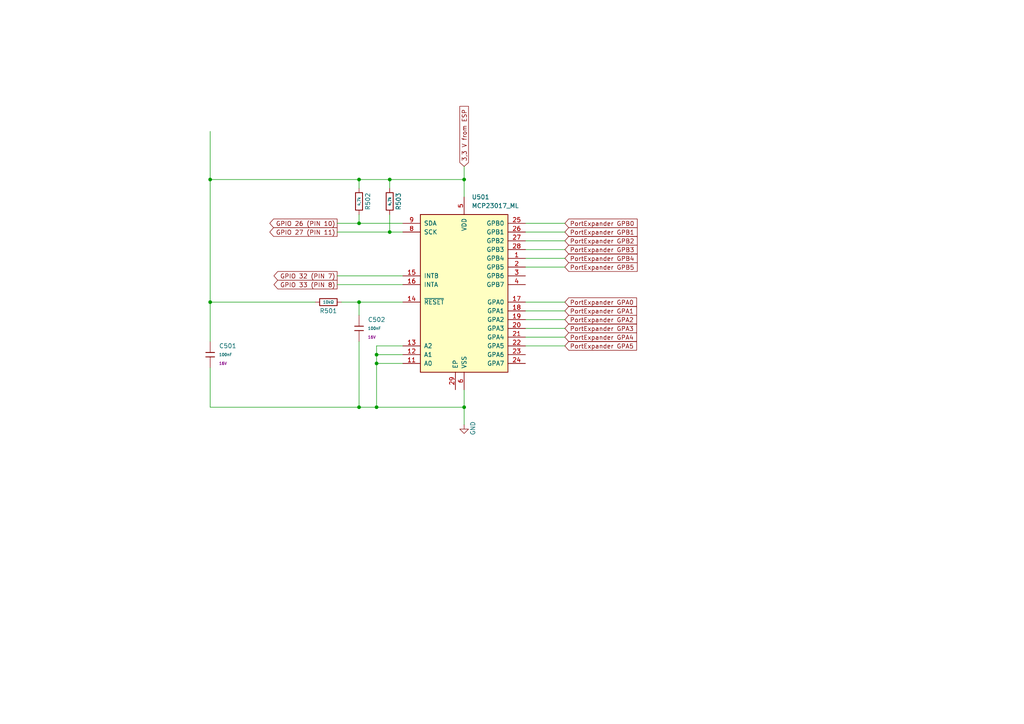
<source format=kicad_sch>
(kicad_sch (version 20231120) (generator "eeschema") (generator_version "8.0")
  (paper "A4")
  (title_block (title "Port Expander") (comment 1 "Subsheet Brake Out Borad") (comment 2 "(c) Norbert Schechner"))
  (lib_symbols
    (symbol "Interface_Expansion:MCP23017_ML" (pin_names (offset 1.016))
      (property "Reference" "U" (at -11.43 24.13 0))
      (property "Value" "MCP23017_ML" (at 0 0 0))
      (symbol "MCP23017_ML_0_1"
        (rectangle (start -12.7 22.86) (end 12.7 -22.86) (stroke (width 0.254)) (fill (type background)))
      )
      (symbol "MCP23017_ML_1_1"
        (pin bidirectional line (at 17.78 10.16 180) (length 5.08) (name "GPB4") (number "1"))
        (pin no_connect line (at -12.7 12.7 0) (length 5.08) hide (name "NC") (number "10"))
        (pin input line (at -17.78 -20.32 0) (length 5.08) (name "A0") (number "11"))
        (pin input line (at -17.78 -17.78 0) (length 5.08) (name "A1") (number "12"))
        (pin input line (at -17.78 -15.24 0) (length 5.08) (name "A2") (number "13"))
        (pin input line (at -17.78 -2.54 0) (length 5.08) (name "~{RESET}") (number "14"))
        (pin tri_state line (at -17.78 5.08 0) (length 5.08) (name "INTB") (number "15"))
        (pin tri_state line (at -17.78 2.54 0) (length 5.08) (name "INTA") (number "16"))
        (pin bidirectional line (at 17.78 -2.54 180) (length 5.08) (name "GPA0") (number "17"))
        (pin bidirectional line (at 17.78 -5.08 180) (length 5.08) (name "GPA1") (number "18"))
        (pin bidirectional line (at 17.78 -7.62 180) (length 5.08) (name "GPA2") (number "19"))
        (pin bidirectional line (at 17.78 7.62 180) (length 5.08) (name "GPB5") (number "2"))
        (pin bidirectional line (at 17.78 -10.16 180) (length 5.08) (name "GPA3") (number "20"))
        (pin bidirectional line (at 17.78 -12.7 180) (length 5.08) (name "GPA4") (number "21"))
        (pin bidirectional line (at 17.78 -15.24 180) (length 5.08) (name "GPA5") (number "22"))
        (pin bidirectional line (at 17.78 -17.78 180) (length 5.08) (name "GPA6") (number "23"))
        (pin output line (at 17.78 -20.32 180) (length 5.08) (name "GPA7") (number "24"))
        (pin bidirectional line (at 17.78 20.32 180) (length 5.08) (name "GPB0") (number "25"))
        (pin bidirectional line (at 17.78 17.78 180) (length 5.08) (name "GPB1") (number "26"))
        (pin bidirectional line (at 17.78 15.24 180) (length 5.08) (name "GPB2") (number "27"))
        (pin bidirectional line (at 17.78 12.7 180) (length 5.08) (name "GPB3") (number "28"))
        (pin passive line (at -2.54 -27.94 90) (length 5.08) (name "EP") (number "29"))
        (pin bidirectional line (at 17.78 5.08 180) (length 5.08) (name "GPB6") (number "3"))
        (pin output line (at 17.78 2.54 180) (length 5.08) (name "GPB7") (number "4"))
        (pin power_in line (at 0 27.94 270) (length 5.08) (name "VDD") (number "5"))
        (pin power_in line (at 0 -27.94 90) (length 5.08) (name "VSS") (number "6"))
        (pin no_connect line (at -12.7 15.24 0) (length 5.08) hide (name "NC") (number "7"))
        (pin input line (at -17.78 17.78 0) (length 5.08) (name "SCK") (number "8"))
        (pin bidirectional line (at -17.78 20.32 0) (length 5.08) (name "SDA") (number "9"))
      )
    )
    (symbol "PCM_JLCPCB-Capacitors:0402,100nF" (pin_numbers hide) (pin_names (offset 0))
      (property "Reference" "C" (at 2.032 1.668 0))
      (property "Value" "100nF" (at 2.032 -0.3782 0))
      (property "Voltage Rated" "16V" (at 2.032 -2.0462 0))
      (symbol "0402,100nF_0_1"
        (polyline (pts (xy -1.27 -0.635) (xy 1.27 -0.635)) (stroke (width 0.254)))
        (polyline (pts (xy -1.27 0.635) (xy 1.27 0.635)) (stroke (width 0.254)))
      )
      (symbol "0402,100nF_1_1"
        (pin passive line (at 0 3.81 270) (length 3.175) (name "~") (number "1"))
        (pin passive line (at 0 -3.81 90) (length 3.175) (name "~") (number "2"))
      )
    )
    (symbol "PCM_JLCPCB-Resistors:0603,10kΩ" (pin_numbers hide) (pin_names (offset 0))
      (property "Reference" "R" (at 1.778 0 0))
      (property "Value" "10kΩ" (at 0 0 90))
      (symbol "0603,10kΩ_0_1"
        (rectangle (start -1.016 2.54) (end 1.016 -2.54) (stroke (width 0.254)))
      )
      (symbol "0603,10kΩ_1_1"
        (pin passive line (at 0 3.81 270) (length 1.27) (name "~") (number "1"))
        (pin passive line (at 0 -3.81 90) (length 1.27) (name "~") (number "2"))
      )
    )
    (symbol "power:GND" (power) (pin_numbers hide) (pin_names (offset 0) hide)
      (property "Value" "GND" (at 0 -3.81 0))
      (symbol "GND_0_1"
        (polyline (pts (xy 0 0) (xy 0 -1.27) (xy 1.27 -1.27) (xy 0 -2.54) (xy -1.27 -1.27) (xy 0 -1.27)))
      )
      (symbol "GND_1_1"
        (pin power_in line (at 0 0 270) (length 0) (name "~") (number "1"))
      )
    )
  )
  (junction (at 104.14 118.11))
  (junction (at 109.22 102.87))
  (junction (at 60.96 52.07))
  (junction (at 113.03 67.31))
  (junction (at 60.96 87.63))
  (junction (at 104.14 52.07))
  (junction (at 104.14 64.77))
  (junction (at 109.22 118.11))
  (junction (at 134.62 118.11))
  (junction (at 109.22 105.41))
  (junction (at 113.03 52.07))
  (junction (at 104.14 87.63))
  (junction (at 134.62 52.07))
  (wire (pts (xy 152.4 95.25) (xy 163.83 95.25)))
  (wire (pts (xy 152.4 72.39) (xy 163.83 72.39)))
  (wire (pts (xy 152.4 67.31) (xy 163.83 67.31)))
  (wire (pts (xy 104.14 99.06) (xy 104.14 118.11)))
  (wire (pts (xy 113.03 52.07) (xy 134.62 52.07)))
  (wire (pts (xy 109.22 105.41) (xy 116.84 105.41)))
  (wire (pts (xy 109.22 118.11) (xy 134.62 118.11)))
  (wire (pts (xy 60.96 118.11) (xy 60.96 106.68)))
  (wire (pts (xy 97.79 67.31) (xy 113.03 67.31)))
  (wire (pts (xy 113.03 52.07) (xy 113.03 54.61)))
  (wire (pts (xy 60.96 87.63) (xy 60.96 52.07)))
  (wire (pts (xy 109.22 100.33) (xy 109.22 102.87)))
  (wire (pts (xy 104.14 52.07) (xy 113.03 52.07)))
  (wire (pts (xy 91.44 87.63) (xy 60.96 87.63)))
  (wire (pts (xy 104.14 64.77) (xy 116.84 64.77)))
  (wire (pts (xy 104.14 62.23) (xy 104.14 64.77)))
  (wire (pts (xy 116.84 100.33) (xy 109.22 100.33)))
  (wire (pts (xy 113.03 67.31) (xy 116.84 67.31)))
  (wire (pts (xy 97.79 82.55) (xy 116.84 82.55)))
  (wire (pts (xy 152.4 87.63) (xy 163.83 87.63)))
  (wire (pts (xy 104.14 87.63) (xy 104.14 91.44)))
  (wire (pts (xy 113.03 62.23) (xy 113.03 67.31)))
  (wire (pts (xy 152.4 64.77) (xy 163.83 64.77)))
  (wire (pts (xy 152.4 92.71) (xy 163.83 92.71)))
  (wire (pts (xy 152.4 74.93) (xy 163.83 74.93)))
  (wire (pts (xy 104.14 87.63) (xy 116.84 87.63)))
  (wire (pts (xy 109.22 102.87) (xy 109.22 105.41)))
  (wire (pts (xy 152.4 100.33) (xy 163.83 100.33)))
  (wire (pts (xy 99.06 87.63) (xy 104.14 87.63)))
  (wire (pts (xy 104.14 118.11) (xy 60.96 118.11)))
  (wire (pts (xy 60.96 87.63) (xy 60.96 99.06)))
  (wire (pts (xy 60.96 52.07) (xy 104.14 52.07)))
  (wire (pts (xy 60.96 38.1) (xy 60.96 52.07)))
  (wire (pts (xy 152.4 69.85) (xy 163.83 69.85)))
  (wire (pts (xy 104.14 52.07) (xy 104.14 54.61)))
  (wire (pts (xy 134.62 52.07) (xy 134.62 57.15)))
  (wire (pts (xy 134.62 48.26) (xy 134.62 52.07)))
  (wire (pts (xy 109.22 105.41) (xy 109.22 118.11)))
  (wire (pts (xy 134.62 113.03) (xy 134.62 118.11)))
  (wire (pts (xy 97.79 64.77) (xy 104.14 64.77)))
  (wire (pts (xy 134.62 118.11) (xy 134.62 123.19)))
  (wire (pts (xy 152.4 90.17) (xy 163.83 90.17)))
  (wire (pts (xy 109.22 102.87) (xy 116.84 102.87)))
  (wire (pts (xy 97.79 80.01) (xy 116.84 80.01)))
  (wire (pts (xy 152.4 97.79) (xy 163.83 97.79)))
  (wire (pts (xy 109.22 118.11) (xy 104.14 118.11)))
  (wire (pts (xy 152.4 77.47) (xy 163.83 77.47)))
  (global_label "PortExpander GPB0" (shape input) (at 163.83 64.77 0) (property "Intersheetrefs" "${INTERSHEET_REFS}" (at 185.3811 64.77 0) (effects (justify left))))
  (global_label "PortExpander GPA1" (shape input) (at 163.83 90.17 0) (property "Intersheetrefs" "${INTERSHEET_REFS}" (at 185.1997 90.17 0) (effects (justify left))))
  (global_label "PortExpander GPB3" (shape input) (at 163.83 72.39 0) (property "Intersheetrefs" "${INTERSHEET_REFS}" (at 185.3811 72.39 0) (effects (justify left))))
  (global_label "3,3 V from ESP" (shape input) (at 134.62 48.26 90) (property "Intersheetrefs" "${INTERSHEET_REFS}" (at 134.62 30.2769 90) (effects (justify left))))
  (global_label "PortExpander GPB4" (shape input) (at 163.83 74.93 0) (property "Intersheetrefs" "${INTERSHEET_REFS}" (at 185.3811 74.93 0) (effects (justify left))))
  (global_label "PortExpander GPA2" (shape input) (at 163.83 92.71 0) (property "Intersheetrefs" "${INTERSHEET_REFS}" (at 185.1997 92.71 0) (effects (justify left))))
  (global_label "GPIO 27 (PIN 11)" (shape output) (at 97.79 67.31 180) (property "Intersheetrefs" "${INTERSHEET_REFS}" (at 77.69 67.31 0) (effects (justify right))))
  (global_label "PortExpander GPA4" (shape input) (at 163.83 97.79 0) (property "Intersheetrefs" "${INTERSHEET_REFS}" (at 185.1997 97.79 0) (effects (justify left))))
  (global_label "PortExpander GPA0" (shape input) (at 163.83 87.63 0) (property "Intersheetrefs" "${INTERSHEET_REFS}" (at 185.1997 87.63 0) (effects (justify left))))
  (global_label "PortExpander GPA5" (shape input) (at 163.83 100.33 0) (property "Intersheetrefs" "${INTERSHEET_REFS}" (at 185.1997 100.33 0) (effects (justify left))))
  (global_label "PortExpander GPB1" (shape input) (at 163.83 67.31 0) (property "Intersheetrefs" "${INTERSHEET_REFS}" (at 185.3811 67.31 0) (effects (justify left))))
  (global_label "GPIO 32 (PIN 7)" (shape output) (at 97.79 80.01 180) (property "Intersheetrefs" "${INTERSHEET_REFS}" (at 78.8995 80.01 0) (effects (justify right))))
  (global_label "PortExpander GPB2" (shape input) (at 163.83 69.85 0) (property "Intersheetrefs" "${INTERSHEET_REFS}" (at 185.3811 69.85 0) (effects (justify left))))
  (global_label "PortExpander GPB5" (shape input) (at 163.83 77.47 0) (property "Intersheetrefs" "${INTERSHEET_REFS}" (at 185.3811 77.47 0) (effects (justify left))))
  (global_label "PortExpander GPA3" (shape input) (at 163.83 95.25 0) (property "Intersheetrefs" "${INTERSHEET_REFS}" (at 185.1997 95.25 0) (effects (justify left))))
  (global_label "GPIO 33 (PIN 8)" (shape output) (at 97.79 82.55 180) (property "Intersheetrefs" "${INTERSHEET_REFS}" (at 78.8995 82.55 0) (effects (justify right))))
  (global_label "GPIO 26 (PIN 10)" (shape output) (at 97.79 64.77 180) (property "Intersheetrefs" "${INTERSHEET_REFS}" (at 77.69 64.77 0) (effects (justify right))))
  (symbol (lib_id "PCM_JLCPCB-Resistors:0603,10kΩ") (at 95.25 87.63 90) (unit 1)
    (property "Reference" "R501" (at 95.25 90.17 90))
    (property "Value" "10kΩ" (at 95.25 87.63 90) (effects (font (size 0.8 0.8))))
    (property "Footprint" "PCM_JLCPCB:R_0603" (effects (hide yes)))
    (property "Datasheet" "https://www.lcsc.com/datasheet/lcsc_datasheet_2206010045_UNI-ROYAL-Uniroyal-Elec-0603WAF1002T5E_C25804.pdf" (effects (hide yes)))
    (property "Description" "100mW Thick Film Resistors 75V ±100ppm/°C ±1% 10kΩ 0603 Chip Resistor - Surface Mount ROHS" (effects (hide yes)))
    (property "LCSC" "C25804" (effects (hide yes)))
    (property "Stock" "32886312" (effects (hide yes)))
    (property "Price" "0.004USD" (effects (hide yes)))
    (property "Process" "SMT" (effects (hide yes)))
    (property "Minimum Qty" "20" (effects (hide yes)))
    (property "Attrition Qty" "10" (effects (hide yes)))
    (property "Class" "Basic Component" (effects (hide yes)))
    (property "Category" "Resistors,Chip Resistor - Surface Mount" (effects (hide yes)))
    (property "Manufacturer" "UNI-ROYAL(Uniroyal Elec)" (effects (hide yes)))
    (property "Part" "0603WAF1002T5E" (effects (hide yes)))
    (property "Resistance" "10kΩ" (effects (hide yes)))
    (property "Power(Watts)" "100mW" (effects (hide yes)))
    (property "Type" "Thick Film Resistors" (effects (hide yes)))
    (property "Overload Voltage (Max)" "75V" (effects (hide yes)))
    (property "Operating Temperature Range" "-55°C~+155°C" (effects (hide yes)))
    (property "Tolerance" "±1%" (effects (hide yes)))
    (property "Temperature Coefficient" "±100ppm/°C" (effects (hide yes)))
  )
  (symbol (lib_id "PCM_JLCPCB-Resistors:0603,10kΩ") (at 113.03 58.42 180) (unit 1)
    (property "Reference" "R503" (at 115.57 58.42 90))
    (property "Value" "4,7k" (at 113.03 58.42 90) (effects (font (size 0.8 0.8))))
    (property "Footprint" "PCM_JLCPCB:R_0603" (effects (hide yes)))
    (property "Datasheet" "https://www.lcsc.com/datasheet/lcsc_datasheet_2206010045_UNI-ROYAL-Uniroyal-Elec-0603WAF1002T5E_C25804.pdf" (effects (hide yes)))
    (property "Description" "100mW Thick Film Resistors 75V ±100ppm/°C ±1% 10kΩ 0603 Chip Resistor - Surface Mount ROHS" (effects (hide yes)))
    (property "LCSC" "C25804" (effects (hide yes)))
    (property "Stock" "32886312" (effects (hide yes)))
    (property "Price" "0.004USD" (effects (hide yes)))
    (property "Process" "SMT" (effects (hide yes)))
    (property "Minimum Qty" "20" (effects (hide yes)))
    (property "Attrition Qty" "10" (effects (hide yes)))
    (property "Class" "Basic Component" (effects (hide yes)))
    (property "Category" "Resistors,Chip Resistor - Surface Mount" (effects (hide yes)))
    (property "Manufacturer" "UNI-ROYAL(Uniroyal Elec)" (effects (hide yes)))
    (property "Part" "0603WAF1002T5E" (effects (hide yes)))
    (property "Resistance" "10kΩ" (effects (hide yes)))
    (property "Power(Watts)" "100mW" (effects (hide yes)))
    (property "Type" "Thick Film Resistors" (effects (hide yes)))
    (property "Overload Voltage (Max)" "75V" (effects (hide yes)))
    (property "Operating Temperature Range" "-55°C~+155°C" (effects (hide yes)))
    (property "Tolerance" "±1%" (effects (hide yes)))
    (property "Temperature Coefficient" "±100ppm/°C" (effects (hide yes)))
  )
  (symbol (lib_id "PCM_JLCPCB-Capacitors:0402,100nF") (at 104.14 95.25 180) (unit 1)
    (property "Reference" "C502" (at 106.68 92.7099 0) (effects (justify right)))
    (property "Value" "100nF" (at 106.68 95.25 0) (effects (font (size 0.8 0.8)) (justify right)))
    (property "Footprint" "PCM_JLCPCB:C_0402" (effects (hide yes)))
    (property "Datasheet" "https://www.lcsc.com/datasheet/lcsc_datasheet_2304140030_Samsung-Electro-Mechanics-CL05B104KO5NNNC_C1525.pdf" (effects (hide yes)))
    (property "Description" "16V 100nF X7R ±10% 0402 Multilayer Ceramic Capacitors MLCC - SMD/SMT ROHS" (effects (hide yes)))
    (property "LCSC" "C1525" (effects (hide yes)))
    (property "Stock" "22591671" (effects (hide yes)))
    (property "Price" "0.004USD" (effects (hide yes)))
    (property "Process" "SMT" (effects (hide yes)))
    (property "Minimum Qty" "20" (effects (hide yes)))
    (property "Attrition Qty" "10" (effects (hide yes)))
    (property "Class" "Basic Component" (effects (hide yes)))
    (property "Category" "Capacitors,Multilayer Ceramic Capacitors MLCC - SMD/SMT" (effects (hide yes)))
    (property "Manufacturer" "Samsung Electro-Mechanics" (effects (hide yes)))
    (property "Part" "CL05B104KO5NNNC" (effects (hide yes)))
    (property "Voltage Rated" "16V" (at 106.68 97.79 0) (effects (font (size 0.8 0.8)) (justify right)))
    (property "Tolerance" "±10%" (effects (hide yes)))
    (property "Capacitance" "100nF" (effects (hide yes)))
    (property "Temperature Coefficient" "X7R" (effects (hide yes)))
  )
  (symbol (lib_id "PCM_JLCPCB-Capacitors:0402,100nF") (at 60.96 102.87 0) (unit 1)
    (property "Reference" "C501" (at 63.5 100.3299 0) (effects (justify left)))
    (property "Value" "100nF" (at 63.5 102.87 0) (effects (font (size 0.8 0.8)) (justify left)))
    (property "Footprint" "PCM_JLCPCB:C_0402" (effects (hide yes)))
    (property "Datasheet" "https://www.lcsc.com/datasheet/lcsc_datasheet_2304140030_Samsung-Electro-Mechanics-CL05B104KO5NNNC_C1525.pdf" (effects (hide yes)))
    (property "Description" "16V 100nF X7R ±10% 0402 Multilayer Ceramic Capacitors MLCC - SMD/SMT ROHS" (effects (hide yes)))
    (property "LCSC" "C1525" (effects (hide yes)))
    (property "Stock" "22591671" (effects (hide yes)))
    (property "Price" "0.004USD" (effects (hide yes)))
    (property "Process" "SMT" (effects (hide yes)))
    (property "Minimum Qty" "20" (effects (hide yes)))
    (property "Attrition Qty" "10" (effects (hide yes)))
    (property "Class" "Basic Component" (effects (hide yes)))
    (property "Category" "Capacitors,Multilayer Ceramic Capacitors MLCC - SMD/SMT" (effects (hide yes)))
    (property "Manufacturer" "Samsung Electro-Mechanics" (effects (hide yes)))
    (property "Part" "CL05B104KO5NNNC" (effects (hide yes)))
    (property "Voltage Rated" "16V" (at 63.5 105.41 0) (effects (font (size 0.8 0.8)) (justify left)))
    (property "Tolerance" "±10%" (effects (hide yes)))
    (property "Capacitance" "100nF" (effects (hide yes)))
    (property "Temperature Coefficient" "X7R" (effects (hide yes)))
  )
  (symbol (lib_id "Interface_Expansion:MCP23017_ML") (at 134.62 85.09 0) (unit 1)
    (property "Reference" "U501" (at 136.8141 57.15 0) (effects (justify left)))
    (property "Value" "MCP23017_ML" (at 136.8141 59.69 0) (effects (justify left)))
    (property "Footprint" "Package_DFN_QFN:QFN-28-1EP_6x6mm_P0.65mm_EP4.25x4.25mm" (effects (hide yes)))
    (property "Datasheet" "https://ww1.microchip.com/downloads/aemDocuments/documents/APID/ProductDocuments/DataSheets/MCP23017-Data-Sheet-DS20001952.pdf" (effects (hide yes)))
    (property "Description" "16-bit I/O expander, I2C, interrupts, w pull-ups, GPA/B7 output only (https://microchip.my.site.com/s/article/GPA7---GPB7-Cannot-Be-Used-as-Inputs-In-MCP23017), QFN-28" (effects (hide yes)))
  )
  (symbol (lib_id "power:GND") (at 134.62 123.19 0) (unit 1)
    (property "Reference" "#PWR0501" (effects (hide yes)))
    (property "Value" "GND" (at 137.16 122.174 90) (effects (justify right)))
    (property "Description" "Power symbol creates a global label with name \"GND\" , ground" (effects (hide yes)))
  )
  (symbol (lib_id "PCM_JLCPCB-Resistors:0603,10kΩ") (at 104.14 58.42 180) (unit 1)
    (property "Reference" "R502" (at 106.68 58.42 90))
    (property "Value" "4,7k" (at 104.14 58.42 90) (effects (font (size 0.8 0.8))))
    (property "Footprint" "PCM_JLCPCB:R_0603" (effects (hide yes)))
    (property "Datasheet" "https://www.lcsc.com/datasheet/lcsc_datasheet_2206010045_UNI-ROYAL-Uniroyal-Elec-0603WAF1002T5E_C25804.pdf" (effects (hide yes)))
    (property "Description" "100mW Thick Film Resistors 75V ±100ppm/°C ±1% 10kΩ 0603 Chip Resistor - Surface Mount ROHS" (effects (hide yes)))
    (property "LCSC" "C25804" (effects (hide yes)))
    (property "Stock" "32886312" (effects (hide yes)))
    (property "Price" "0.004USD" (effects (hide yes)))
    (property "Process" "SMT" (effects (hide yes)))
    (property "Minimum Qty" "20" (effects (hide yes)))
    (property "Attrition Qty" "10" (effects (hide yes)))
    (property "Class" "Basic Component" (effects (hide yes)))
    (property "Category" "Resistors,Chip Resistor - Surface Mount" (effects (hide yes)))
    (property "Manufacturer" "UNI-ROYAL(Uniroyal Elec)" (effects (hide yes)))
    (property "Part" "0603WAF1002T5E" (effects (hide yes)))
    (property "Resistance" "10kΩ" (effects (hide yes)))
    (property "Power(Watts)" "100mW" (effects (hide yes)))
    (property "Type" "Thick Film Resistors" (effects (hide yes)))
    (property "Overload Voltage (Max)" "75V" (effects (hide yes)))
    (property "Operating Temperature Range" "-55°C~+155°C" (effects (hide yes)))
    (property "Tolerance" "±1%" (effects (hide yes)))
    (property "Temperature Coefficient" "±100ppm/°C" (effects (hide yes)))
  )
)
</source>
